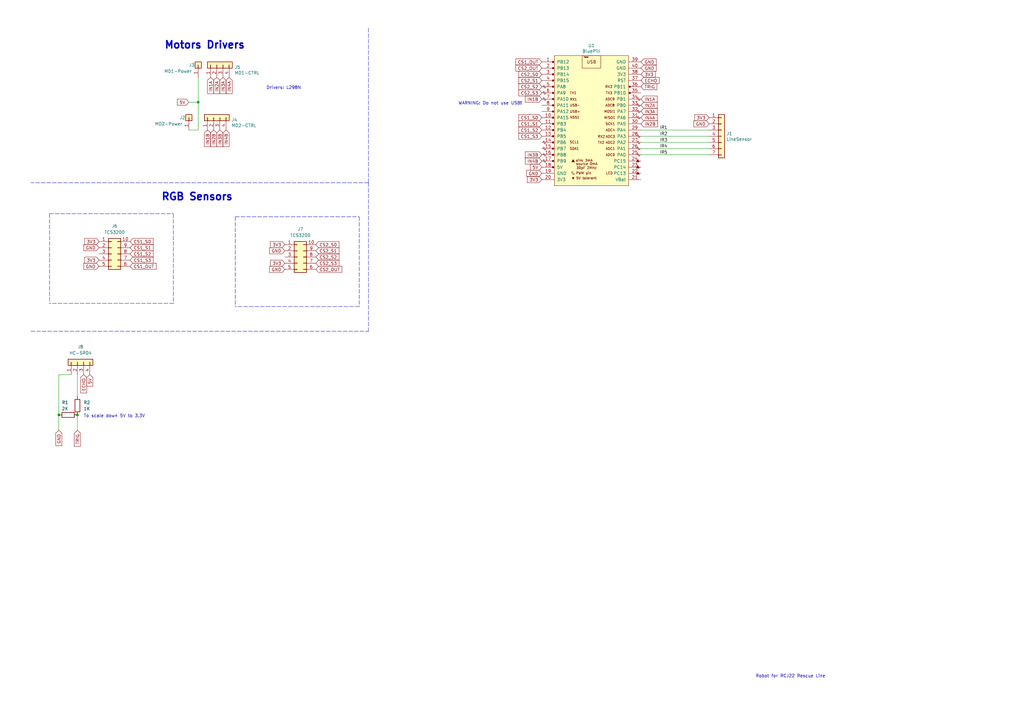
<source format=kicad_sch>
(kicad_sch (version 20211123) (generator eeschema)
  (paper "A3")
  (lib_symbols
    (symbol "Connector_Generic:Conn_01x01" (pin_names (offset 1.016) hide)
      (property "Reference" "J" (at 0 2.54 0))
      (property "Value" "Conn_01x01" (at 0 -2.54 0))
      (symbol "Conn_01x01_1_1"
        (rectangle (start -1.27 0.127) (end 0 -0.127) (stroke (width 0.1524)))
        (rectangle (start -1.27 1.27) (end 1.27 -1.27) (stroke (width 0.254)) (fill (type background)))
        (pin passive line (at -5.08 0 0) (length 3.81) (name "Pin_1") (number "1"))
      )
    )
    (symbol "Connector_Generic:Conn_01x04" (pin_names (offset 1.016) hide)
      (property "Reference" "J" (at 0 5.08 0))
      (property "Value" "Conn_01x04" (at 0 -7.62 0))
      (symbol "Conn_01x04_1_1"
        (rectangle (start -1.27 -4.953) (end 0 -5.207) (stroke (width 0.1524)))
        (rectangle (start -1.27 -2.413) (end 0 -2.667) (stroke (width 0.1524)))
        (rectangle (start -1.27 0.127) (end 0 -0.127) (stroke (width 0.1524)))
        (rectangle (start -1.27 2.667) (end 0 2.413) (stroke (width 0.1524)))
        (rectangle (start -1.27 3.81) (end 1.27 -6.35) (stroke (width 0.254)) (fill (type background)))
        (pin passive line (at -5.08 2.54 0) (length 3.81) (name "Pin_1") (number "1"))
        (pin passive line (at -5.08 0 0) (length 3.81) (name "Pin_2") (number "2"))
        (pin passive line (at -5.08 -2.54 0) (length 3.81) (name "Pin_3") (number "3"))
        (pin passive line (at -5.08 -5.08 0) (length 3.81) (name "Pin_4") (number "4"))
      )
    )
    (symbol "Connector_Generic:Conn_01x07" (pin_names (offset 1.016) hide)
      (property "Reference" "J" (at 0 10.16 0))
      (property "Value" "Conn_01x07" (at 0 -10.16 0))
      (symbol "Conn_01x07_1_1"
        (rectangle (start -1.27 -7.493) (end 0 -7.747) (stroke (width 0.1524)))
        (rectangle (start -1.27 -4.953) (end 0 -5.207) (stroke (width 0.1524)))
        (rectangle (start -1.27 -2.413) (end 0 -2.667) (stroke (width 0.1524)))
        (rectangle (start -1.27 0.127) (end 0 -0.127) (stroke (width 0.1524)))
        (rectangle (start -1.27 2.667) (end 0 2.413) (stroke (width 0.1524)))
        (rectangle (start -1.27 5.207) (end 0 4.953) (stroke (width 0.1524)))
        (rectangle (start -1.27 7.747) (end 0 7.493) (stroke (width 0.1524)))
        (rectangle (start -1.27 8.89) (end 1.27 -8.89) (stroke (width 0.254)) (fill (type background)))
        (pin passive line (at -5.08 7.62 0) (length 3.81) (name "Pin_1") (number "1"))
        (pin passive line (at -5.08 5.08 0) (length 3.81) (name "Pin_2") (number "2"))
        (pin passive line (at -5.08 2.54 0) (length 3.81) (name "Pin_3") (number "3"))
        (pin passive line (at -5.08 0 0) (length 3.81) (name "Pin_4") (number "4"))
        (pin passive line (at -5.08 -2.54 0) (length 3.81) (name "Pin_5") (number "5"))
        (pin passive line (at -5.08 -5.08 0) (length 3.81) (name "Pin_6") (number "6"))
        (pin passive line (at -5.08 -7.62 0) (length 3.81) (name "Pin_7") (number "7"))
      )
    )
    (symbol "Connector_Generic:Conn_02x05_Counter_Clockwise" (pin_names (offset 1.016) hide)
      (property "Reference" "J" (at 1.27 7.62 0))
      (property "Value" "Conn_02x05_Counter_Clockwise" (at 1.27 -7.62 0))
      (symbol "Conn_02x05_Counter_Clockwise_1_1"
        (rectangle (start -1.27 -4.953) (end 0 -5.207) (stroke (width 0.1524)))
        (rectangle (start -1.27 -2.413) (end 0 -2.667) (stroke (width 0.1524)))
        (rectangle (start -1.27 0.127) (end 0 -0.127) (stroke (width 0.1524)))
        (rectangle (start -1.27 2.667) (end 0 2.413) (stroke (width 0.1524)))
        (rectangle (start -1.27 5.207) (end 0 4.953) (stroke (width 0.1524)))
        (rectangle (start -1.27 6.35) (end 3.81 -6.35) (stroke (width 0.254)) (fill (type background)))
        (rectangle (start 3.81 -4.953) (end 2.54 -5.207) (stroke (width 0.1524)))
        (rectangle (start 3.81 -2.413) (end 2.54 -2.667) (stroke (width 0.1524)))
        (rectangle (start 3.81 0.127) (end 2.54 -0.127) (stroke (width 0.1524)))
        (rectangle (start 3.81 2.667) (end 2.54 2.413) (stroke (width 0.1524)))
        (rectangle (start 3.81 5.207) (end 2.54 4.953) (stroke (width 0.1524)))
        (pin passive line (at -5.08 5.08 0) (length 3.81) (name "Pin_1") (number "1"))
        (pin passive line (at 7.62 5.08 180) (length 3.81) (name "Pin_10") (number "10"))
        (pin passive line (at -5.08 2.54 0) (length 3.81) (name "Pin_2") (number "2"))
        (pin passive line (at -5.08 0 0) (length 3.81) (name "Pin_3") (number "3"))
        (pin passive line (at -5.08 -2.54 0) (length 3.81) (name "Pin_4") (number "4"))
        (pin passive line (at -5.08 -5.08 0) (length 3.81) (name "Pin_5") (number "5"))
        (pin passive line (at 7.62 -5.08 180) (length 3.81) (name "Pin_6") (number "6"))
        (pin passive line (at 7.62 -2.54 180) (length 3.81) (name "Pin_7") (number "7"))
        (pin passive line (at 7.62 0 180) (length 3.81) (name "Pin_8") (number "8"))
        (pin passive line (at 7.62 2.54 180) (length 3.81) (name "Pin_9") (number "9"))
      )
    )
    (symbol "Device:R" (pin_numbers hide) (pin_names (offset 0))
      (property "Reference" "R" (at 2.032 0 90))
      (property "Value" "R" (at 0 0 90))
      (symbol "R_0_1"
        (rectangle (start -1.016 -2.54) (end 1.016 2.54) (stroke (width 0.254)))
      )
      (symbol "R_1_1"
        (pin passive line (at 0 3.81 270) (length 1.27) (name "~") (number "1"))
        (pin passive line (at 0 -3.81 90) (length 1.27) (name "~") (number "2"))
      )
    )
    (symbol "STM32_Bluepill:BluePill_Part_Like" (pin_names (offset 1.016))
      (property "Reference" "U" (at -12.7 25.4 0))
      (property "Value" "BluePill_Part_Like" (at 0 2.54 90))
      (symbol "BluePill_Part_Like_0_0"
        (circle (center -15.748 -20.32) (radius 0.3556) (fill (type outline)))
        (circle (center -15.748 -17.78) (radius 0.3556) (fill (type outline)))
        (circle (center -15.748 -15.24) (radius 0.3556) (fill (type outline)))
        (circle (center -15.748 -12.7) (radius 0.3556) (fill (type outline)))
        (circle (center -15.748 -10.16) (radius 0.3556) (fill (type outline)))
        (circle (center -15.748 -7.62) (radius 0.3556) (fill (type outline)))
        (circle (center -15.748 -5.08) (radius 0.3556) (fill (type outline)))
        (circle (center -15.748 -2.54) (radius 0.3556) (fill (type outline)))
        (circle (center -15.748 0) (radius 0.3556) (fill (type outline)))
        (circle (center -15.748 2.54) (radius 0.3556) (fill (type outline)))
        (circle (center -15.748 5.08) (radius 0.3556) (fill (type outline)))
        (circle (center -15.748 7.62) (radius 0.3556) (fill (type outline)))
        (circle (center -15.748 10.16) (radius 0.3556) (fill (type outline)))
        (circle (center -15.748 12.7) (radius 0.3556) (fill (type outline)))
        (circle (center -15.748 15.24) (radius 0.3556) (fill (type outline)))
        (circle (center -15.748 17.78) (radius 0.3556) (fill (type outline)))
        (circle (center -15.748 22.86) (radius 0.3556) (fill (type outline)))
        (circle (center -7.493 -24.765) (radius 0.127) (fill (type outline)))
        (circle (center -7.493 -24.765) (radius 0.254))
        (circle (center -7.493 -24.765) (radius 0.3556))
        (polyline (pts (xy -8.128 -18.161) (xy -7.493 -17.145) (xy -6.858 -18.161) (xy -8.128 -18.161) (xy -7.493 -17.272) (xy -6.985 -18.161) (xy -8.001 -18.034) (xy -7.493 -17.399) (xy -7.112 -18.161) (xy -7.874 -17.907) (xy -7.366 -17.526) (xy -7.239 -18.161) (xy -7.747 -17.78) (xy -7.239 -17.653) (xy -7.366 -18.034) (xy -7.62 -17.78) (xy -7.366 -17.907) (xy -7.493 -17.653)))
        (polyline (pts (xy 18.415 -23.241) (xy 19.05 -22.225) (xy 19.685 -23.241) (xy 18.415 -23.241) (xy 19.05 -22.352) (xy 19.558 -23.241) (xy 18.542 -23.114) (xy 19.05 -22.479) (xy 19.431 -23.241) (xy 18.669 -22.987) (xy 19.177 -22.606) (xy 19.304 -23.241) (xy 18.796 -22.86) (xy 19.304 -22.733) (xy 19.177 -23.114) (xy 18.923 -22.86) (xy 19.177 -22.987) (xy 19.05 -22.733)))
        (polyline (pts (xy 18.415 -20.701) (xy 19.05 -19.685) (xy 19.685 -20.701) (xy 18.415 -20.701) (xy 19.05 -19.812) (xy 19.558 -20.701) (xy 18.542 -20.574) (xy 19.05 -19.939) (xy 19.431 -20.701) (xy 18.669 -20.447) (xy 19.177 -20.066) (xy 19.304 -20.701) (xy 18.796 -20.32) (xy 19.304 -20.193) (xy 19.177 -20.574) (xy 18.923 -20.32) (xy 19.177 -20.447) (xy 19.05 -20.193)))
        (polyline (pts (xy 18.415 -18.161) (xy 19.05 -17.145) (xy 19.685 -18.161) (xy 18.415 -18.161) (xy 19.05 -17.272) (xy 19.558 -18.161) (xy 18.542 -18.034) (xy 19.05 -17.399) (xy 19.431 -18.161) (xy 18.669 -17.907) (xy 19.177 -17.526) (xy 19.304 -18.161) (xy 18.796 -17.78) (xy 19.304 -17.653) (xy 19.177 -18.034) (xy 18.923 -17.78) (xy 19.177 -17.907) (xy 19.05 -17.653)))
        (circle (center 15.748 10.16) (radius 0.254) (fill (type outline)))
        (circle (center 15.748 10.16) (radius 0.3556))
        (circle (center 15.748 12.7) (radius 0.254) (fill (type outline)))
        (circle (center 15.748 12.7) (radius 0.3556))
        (text "30pF 2MHz" (at -2.032 -20.574 0) (effects (font (size 0.9906 0.9906))))
        (text "5V tolerant" (at -2.032 -24.765 0) (effects (font (size 0.9906 0.9906))))
        (text "ADC0" (at 7.747 -15.24 0) (effects (font (size 0.9906 0.9906))))
        (text "ADC1" (at 7.747 -12.7 0) (effects (font (size 0.9906 0.9906))))
        (text "ADC2" (at 7.747 -10.16 0) (effects (font (size 0.9906 0.9906))))
        (text "ADC3" (at 7.747 -7.747 0) (effects (font (size 0.9906 0.9906))))
        (text "ADC4" (at 7.747 -5.08 0) (effects (font (size 0.9906 0.9906))))
        (text "ADC8" (at 7.62 5.08 0) (effects (font (size 0.9906 0.9906))))
        (text "ADC9" (at 7.62 7.62 0) (effects (font (size 0.9906 0.9906))))
        (text "LED" (at 7.366 -22.733 0) (effects (font (size 0.9906 0.9906))))
        (text "MISO1" (at 7.493 0 0) (effects (font (size 0.9906 0.9906))))
        (text "MOSI1" (at 7.493 2.54 0) (effects (font (size 0.9906 0.9906))))
        (text "NSS1" (at -6.858 0.127 0) (effects (font (size 0.9906 0.9906))))
        (text "PWM pin" (at -3.175 -22.733 0) (effects (font (size 0.9906 0.9906))))
        (text "RX1" (at -7.366 7.493 0) (effects (font (size 0.9906 0.9906))))
        (text "RX2" (at 4.064 -7.747 0) (effects (font (size 0.9906 0.9906))))
        (text "RX3" (at 7.112 12.7 0) (effects (font (size 0.9906 0.9906))))
        (text "SCK1" (at 7.747 -2.54 0) (effects (font (size 0.9906 0.9906))))
        (text "SCL1" (at -6.985 -10.033 0) (effects (font (size 0.9906 0.9906))))
        (text "SDA1" (at -6.985 -12.7 0) (effects (font (size 0.9906 0.9906))))
        (text "sink 3mA" (at -2.921 -17.526 0) (effects (font (size 0.9906 0.9906))))
        (text "source 0mA" (at -1.905 -18.923 0) (effects (font (size 0.9906 0.9906))))
        (text "TX1" (at -7.493 10.16 0) (effects (font (size 0.9906 0.9906))))
        (text "TX2" (at 3.937 -10.16 0) (effects (font (size 0.9906 0.9906))))
        (text "TX3" (at 7.239 10.16 0) (effects (font (size 0.9906 0.9906))))
        (text "USB" (at 0 22.86 0) (effects (font (size 1.27 1.27))))
        (text "USB+" (at -6.731 2.54 0) (effects (font (size 0.9906 0.9906))))
        (text "USB-" (at -6.731 5.08 0) (effects (font (size 0.9906 0.9906))))
        (text "Y@@J" (at -2.159 24.892 0) (effects (font (size 0.508 0.508))))
      )
      (symbol "BluePill_Part_Like_0_1"
        (rectangle (start -15.24 25.4) (end 15.24 -27.94) (fill (type background)))
        (polyline (pts (xy -18.796 -17.78) (xy -18.796 -18.288) (xy -19.304 -18.288) (xy -19.304 -17.272) (xy -19.812 -17.272) (xy -19.812 -17.78)))
        (polyline (pts (xy -18.796 -15.24) (xy -18.796 -15.748) (xy -19.304 -15.748) (xy -19.304 -14.732) (xy -19.812 -14.732) (xy -19.812 -15.24)))
        (polyline (pts (xy -18.796 -12.7) (xy -18.796 -13.208) (xy -19.304 -13.208) (xy -19.304 -12.192) (xy -19.812 -12.192) (xy -19.812 -12.7)))
        (polyline (pts (xy -18.796 -10.16) (xy -18.796 -10.668) (xy -19.304 -10.668) (xy -19.304 -9.652) (xy -19.812 -9.652) (xy -19.812 -10.16)))
        (polyline (pts (xy -18.796 7.62) (xy -18.796 7.112) (xy -19.304 7.112) (xy -19.304 8.128) (xy -19.812 8.128) (xy -19.812 7.62)))
        (polyline (pts (xy -18.796 10.16) (xy -18.796 9.652) (xy -19.304 9.652) (xy -19.304 10.668) (xy -19.812 10.668) (xy -19.812 10.16)))
        (polyline (pts (xy -18.796 12.7) (xy -18.796 12.192) (xy -19.304 12.192) (xy -19.304 13.208) (xy -19.812 13.208) (xy -19.812 12.7)))
        (polyline (pts (xy -7.112 -22.733) (xy -7.112 -23.241) (xy -7.62 -23.241) (xy -7.62 -22.225) (xy -8.128 -22.225) (xy -8.128 -22.733)))
        (polyline (pts (xy 19.812 -15.24) (xy 19.812 -15.748) (xy 19.304 -15.748) (xy 19.304 -14.732) (xy 18.796 -14.732) (xy 18.796 -15.24)))
        (polyline (pts (xy 19.812 -12.7) (xy 19.812 -13.208) (xy 19.304 -13.208) (xy 19.304 -12.192) (xy 18.796 -12.192) (xy 18.796 -12.7)))
        (polyline (pts (xy 19.812 -10.16) (xy 19.812 -10.668) (xy 19.304 -10.668) (xy 19.304 -9.652) (xy 18.796 -9.652) (xy 18.796 -10.16)))
        (polyline (pts (xy 19.812 -7.62) (xy 19.812 -8.128) (xy 19.304 -8.128) (xy 19.304 -7.112) (xy 18.796 -7.112) (xy 18.796 -7.62)))
        (polyline (pts (xy 19.812 0) (xy 19.812 -0.508) (xy 19.304 -0.508) (xy 19.304 0.508) (xy 18.796 0.508) (xy 18.796 0)))
        (polyline (pts (xy 19.812 2.54) (xy 19.812 2.032) (xy 19.304 2.032) (xy 19.304 3.048) (xy 18.796 3.048) (xy 18.796 2.54)))
        (polyline (pts (xy 19.812 5.08) (xy 19.812 4.572) (xy 19.304 4.572) (xy 19.304 5.588) (xy 18.796 5.588) (xy 18.796 5.08)))
        (polyline (pts (xy 19.812 7.62) (xy 19.812 7.112) (xy 19.304 7.112) (xy 19.304 8.128) (xy 18.796 8.128) (xy 18.796 7.62)))
        (rectangle (start 3.81 25.4) (end -3.81 20.32))
      )
      (symbol "BluePill_Part_Like_1_1"
        (circle (center -15.748 20.32) (radius 0.3556) (fill (type outline)))
        (pin bidirectional line (at -20.32 22.86 0) (length 5.08) (name "PB12") (number "1"))
        (pin bidirectional line (at -20.32 0 0) (length 5.08) (name "PA15") (number "10"))
        (pin bidirectional line (at -20.32 -2.54 0) (length 5.08) (name "PB3") (number "11"))
        (pin bidirectional line (at -20.32 -5.08 0) (length 5.08) (name "PB4") (number "12"))
        (pin bidirectional line (at -20.32 -7.62 0) (length 5.08) (name "PB5") (number "13"))
        (pin bidirectional line (at -20.32 -10.16 0) (length 5.08) (name "PB6") (number "14"))
        (pin bidirectional line (at -20.32 -12.7 0) (length 5.08) (name "PB7") (number "15"))
        (pin bidirectional line (at -20.32 -15.24 0) (length 5.08) (name "PB8") (number "16"))
        (pin bidirectional line (at -20.32 -17.78 0) (length 5.08) (name "PB9") (number "17"))
        (pin power_in line (at -20.32 -20.32 0) (length 5.08) (name "5V") (number "18"))
        (pin power_in line (at -20.32 -22.86 0) (length 5.08) (name "GND") (number "19"))
        (pin bidirectional line (at -20.32 20.32 0) (length 5.08) (name "PB13") (number "2"))
        (pin power_in line (at -20.32 -25.4 0) (length 5.08) (name "3V3") (number "20"))
        (pin power_in line (at 20.32 -25.4 180) (length 5.08) (name "VBat") (number "21"))
        (pin bidirectional line (at 20.32 -22.86 180) (length 5.08) (name "PC13") (number "22"))
        (pin bidirectional line (at 20.32 -20.32 180) (length 5.08) (name "PC14") (number "23"))
        (pin bidirectional line (at 20.32 -17.78 180) (length 5.08) (name "PC15") (number "24"))
        (pin bidirectional line (at 20.32 -15.24 180) (length 5.08) (name "PA0") (number "25"))
        (pin bidirectional line (at 20.32 -12.7 180) (length 5.08) (name "PA1") (number "26"))
        (pin bidirectional line (at 20.32 -10.16 180) (length 5.08) (name "PA2") (number "27"))
        (pin bidirectional line (at 20.32 -7.62 180) (length 5.08) (name "PA3") (number "28"))
        (pin bidirectional line (at 20.32 -5.08 180) (length 5.08) (name "PA4") (number "29"))
        (pin bidirectional line (at -20.32 17.78 0) (length 5.08) (name "PB14") (number "3"))
        (pin bidirectional line (at 20.32 -2.54 180) (length 5.08) (name "PA5") (number "30"))
        (pin bidirectional line (at 20.32 0 180) (length 5.08) (name "PA6") (number "31"))
        (pin bidirectional line (at 20.32 2.54 180) (length 5.08) (name "PA7") (number "32"))
        (pin bidirectional line (at 20.32 5.08 180) (length 5.08) (name "PB0") (number "33"))
        (pin bidirectional line (at 20.32 7.62 180) (length 5.08) (name "PB1") (number "34"))
        (pin bidirectional line (at 20.32 10.16 180) (length 5.08) (name "PB10") (number "35"))
        (pin bidirectional line (at 20.32 12.7 180) (length 5.08) (name "PB11") (number "36"))
        (pin input line (at 20.32 15.24 180) (length 5.08) (name "RST") (number "37"))
        (pin power_in line (at 20.32 17.78 180) (length 5.08) (name "3V3") (number "38"))
        (pin power_in line (at 20.32 22.86 180) (length 5.08) (name "GND") (number "39"))
        (pin bidirectional line (at -20.32 15.24 0) (length 5.08) (name "PB15") (number "4"))
        (pin power_in line (at 20.32 20.32 180) (length 5.08) (name "GND") (number "40"))
        (pin bidirectional line (at -20.32 12.7 0) (length 5.08) (name "PA8") (number "5"))
        (pin bidirectional line (at -20.32 10.16 0) (length 5.08) (name "PA9") (number "6"))
        (pin bidirectional line (at -20.32 7.62 0) (length 5.08) (name "PA10") (number "7"))
        (pin bidirectional line (at -20.32 5.08 0) (length 5.08) (name "PA11") (number "8"))
        (pin bidirectional line (at -20.32 2.54 0) (length 5.08) (name "PA12") (number "9"))
      )
    )
  )
  (junction (at 24.13 170.18))
  (junction (at 81.28 41.91))
  (junction (at 31.75 170.18))
  (wire (pts (xy 290.83 60.96) (xy 262.89 60.96)))
  (wire (pts (xy 31.75 170.18) (xy 31.75 176.53)))
  (polyline (pts (xy 147.32 125.73) (xy 96.52 125.73)))
  (wire (pts (xy 31.75 153.67) (xy 31.75 162.56)))
  (polyline (pts (xy 151.13 74.93) (xy 12.7 74.93)))
  (wire (pts (xy 290.83 53.34) (xy 262.89 53.34)))
  (polyline (pts (xy 71.12 87.63) (xy 71.12 124.46)))
  (wire (pts (xy 81.28 41.91) (xy 81.28 53.34)))
  (polyline (pts (xy 96.52 88.9) (xy 96.52 125.73)))
  (wire (pts (xy 24.13 176.53) (xy 24.13 170.18)))
  (wire (pts (xy 77.47 41.91) (xy 81.28 41.91)))
  (polyline (pts (xy 12.7 135.89) (xy 151.13 135.89)))
  (wire (pts (xy 290.83 55.88) (xy 262.89 55.88)))
  (wire (pts (xy 29.21 153.67) (xy 24.13 153.67)))
  (polyline (pts (xy 96.52 88.9) (xy 147.32 88.9)))
  (polyline (pts (xy 151.13 74.93) (xy 151.13 135.89)))
  (wire (pts (xy 290.83 58.42) (xy 262.89 58.42)))
  (polyline (pts (xy 71.12 124.46) (xy 20.32 124.46)))
  (polyline (pts (xy 20.32 87.63) (xy 20.32 124.46)))
  (wire (pts (xy 290.83 63.5) (xy 262.89 63.5)))
  (polyline (pts (xy 151.13 74.93) (xy 151.13 11.43)))
  (polyline (pts (xy 147.32 88.9) (xy 147.32 125.73)))
  (polyline (pts (xy 20.32 87.63) (xy 71.12 87.63)))
  (wire (pts (xy 24.13 153.67) (xy 24.13 170.18)))
  (wire (pts (xy 81.28 31.75) (xy 81.28 41.91)))
  (wire (pts (xy 81.28 53.34) (xy 77.47 53.34)))
  (text "WARNING: Do not use USB!" (at 187.96 43.18 0) (effects (font (size 1.27 1.27)) (justify left bottom)))
  (text "Robot for RCJ22 Rescue Line " (at 309.88 278.13 0) (effects (font (size 1.27 1.27)) (justify left bottom)))
  (text "Motors Drivers" (at 67.31 20.32 0) (effects (font (size 2.9972 2.9972) (thickness 0.5994) bold) (justify left bottom)))
  (text "To scale down 5V to 3.3V" (at 34.29 171.45 0) (effects (font (size 1.27 1.27)) (justify left bottom)))
  (text "RGB Sensors" (at 66.04 82.55 0) (effects (font (size 2.9972 2.9972) (thickness 0.5994) bold) (justify left bottom)))
  (text "Drivers: L298N" (at 109.22 36.83 0) (effects (font (size 1.27 1.27)) (justify left bottom)))
  (label "IR2" (at 270.51 55.88 0))
  (label "IR5" (at 270.51 63.5 0))
  (label "IR1" (at 270.51 53.34 0))
  (label "IR4" (at 270.51 60.96 0))
  (label "IR3" (at 270.51 58.42 0))
  (global_label "IN3A" (shape input) (at 262.89 45.72 0) (property "Intersheet References" "${INTERSHEET_REFS}" (effects hide)))
  (global_label "CS1_S0" (shape input) (at 222.25 48.26 180) (property "Intersheet References" "${INTERSHEET_REFS}" (effects hide)))
  (global_label "5V" (shape input) (at 36.83 153.67 270) (property "Intersheet References" "${INTERSHEET_REFS}" (effects hide)))
  (global_label "GND" (shape input) (at 262.89 27.94 0) (property "Intersheet References" "${INTERSHEET_REFS}" (effects hide)))
  (global_label "CS2_S2" (shape input) (at 222.25 35.56 180) (property "Intersheet References" "${INTERSHEET_REFS}" (effects hide)))
  (global_label "CS2_S0" (shape input) (at 222.25 30.48 180) (property "Intersheet References" "${INTERSHEET_REFS}" (effects hide)))
  (global_label "CS1_S1" (shape input) (at 53.34 101.6 0) (property "Intersheet References" "${INTERSHEET_REFS}" (effects hide)))
  (global_label "GND" (shape input) (at 116.84 110.49 180) (property "Intersheet References" "${INTERSHEET_REFS}" (effects hide)))
  (global_label "CS1_S0" (shape input) (at 53.34 99.06 0) (property "Intersheet References" "${INTERSHEET_REFS}" (effects hide)))
  (global_label "CS2_S1" (shape input) (at 129.54 102.87 0) (property "Intersheet References" "${INTERSHEET_REFS}" (effects hide)))
  (global_label "3V3" (shape input) (at 222.25 73.66 180) (property "Intersheet References" "${INTERSHEET_REFS}" (effects hide)))
  (global_label "GND" (shape input) (at 40.64 101.6 180) (property "Intersheet References" "${INTERSHEET_REFS}" (effects hide)))
  (global_label "CS1_S3" (shape input) (at 53.34 106.68 0) (property "Intersheet References" "${INTERSHEET_REFS}" (effects hide)))
  (global_label "CS2_OUT" (shape input) (at 222.25 27.94 180) (property "Intersheet References" "${INTERSHEET_REFS}" (effects hide)))
  (global_label "IN4B" (shape input) (at 92.71 53.34 270) (property "Intersheet References" "${INTERSHEET_REFS}" (effects hide)))
  (global_label "IN2B" (shape input) (at 87.63 53.34 270) (property "Intersheet References" "${INTERSHEET_REFS}" (effects hide)))
  (global_label "CS2_S3" (shape input) (at 222.25 38.1 180) (property "Intersheet References" "${INTERSHEET_REFS}" (effects hide)))
  (global_label "3V3" (shape input) (at 116.84 107.95 180) (property "Intersheet References" "${INTERSHEET_REFS}" (effects hide)))
  (global_label "CS1_OUT" (shape input) (at 53.34 109.22 0) (property "Intersheet References" "${INTERSHEET_REFS}" (effects hide)))
  (global_label "IN1A" (shape input) (at 86.36 31.75 270) (property "Intersheet References" "${INTERSHEET_REFS}" (effects hide)))
  (global_label "IN2A" (shape input) (at 88.9 31.75 270) (property "Intersheet References" "${INTERSHEET_REFS}" (effects hide)))
  (global_label "ECHO" (shape input) (at 262.89 33.02 0) (property "Intersheet References" "${INTERSHEET_REFS}" (effects hide)))
  (global_label "TRIG" (shape input) (at 262.89 35.56 0) (property "Intersheet References" "${INTERSHEET_REFS}" (effects hide)))
  (global_label "GND" (shape input) (at 222.25 71.12 180) (property "Intersheet References" "${INTERSHEET_REFS}" (effects hide)))
  (global_label "CS1_OUT" (shape input) (at 222.25 25.4 180) (property "Intersheet References" "${INTERSHEET_REFS}" (effects hide)))
  (global_label "CS2_S0" (shape input) (at 129.54 100.33 0) (property "Intersheet References" "${INTERSHEET_REFS}" (effects hide)))
  (global_label "CS2_S3" (shape input) (at 129.54 107.95 0) (property "Intersheet References" "${INTERSHEET_REFS}" (effects hide)))
  (global_label "TRIG" (shape input) (at 31.75 176.53 270) (property "Intersheet References" "${INTERSHEET_REFS}" (effects hide)))
  (global_label "GND" (shape input) (at 116.84 102.87 180) (property "Intersheet References" "${INTERSHEET_REFS}" (effects hide)))
  (global_label "CS2_OUT" (shape input) (at 129.54 110.49 0) (property "Intersheet References" "${INTERSHEET_REFS}" (effects hide)))
  (global_label "GND" (shape input) (at 290.83 50.8 180) (property "Intersheet References" "${INTERSHEET_REFS}" (effects hide)))
  (global_label "CS1_S3" (shape input) (at 222.25 55.88 180) (property "Intersheet References" "${INTERSHEET_REFS}" (effects hide)))
  (global_label "3V3" (shape input) (at 116.84 100.33 180) (property "Intersheet References" "${INTERSHEET_REFS}" (effects hide)))
  (global_label "IN1A" (shape input) (at 262.89 40.64 0) (property "Intersheet References" "${INTERSHEET_REFS}" (effects hide)))
  (global_label "IN2B" (shape input) (at 262.89 50.8 0) (property "Intersheet References" "${INTERSHEET_REFS}" (effects hide)))
  (global_label "GND" (shape input) (at 24.13 176.53 270) (property "Intersheet References" "${INTERSHEET_REFS}" (effects hide)))
  (global_label "IN1B" (shape input) (at 222.25 40.64 180) (property "Intersheet References" "${INTERSHEET_REFS}" (effects hide)))
  (global_label "CS1_S2" (shape input) (at 53.34 104.14 0) (property "Intersheet References" "${INTERSHEET_REFS}" (effects hide)))
  (global_label "CS2_S1" (shape input) (at 222.25 33.02 180) (property "Intersheet References" "${INTERSHEET_REFS}" (effects hide)))
  (global_label "GND" (shape input) (at 262.89 25.4 0) (property "Intersheet References" "${INTERSHEET_REFS}" (effects hide)))
  (global_label "IN2A" (shape input) (at 262.89 43.18 0) (property "Intersheet References" "${INTERSHEET_REFS}" (effects hide)))
  (global_label "3V3" (shape input) (at 40.64 99.06 180) (property "Intersheet References" "${INTERSHEET_REFS}" (effects hide)))
  (global_label "5V" (shape input) (at 77.47 41.91 180) (property "Intersheet References" "${INTERSHEET_REFS}" (effects hide)))
  (global_label "CS1_S1" (shape input) (at 222.25 50.8 180) (property "Intersheet References" "${INTERSHEET_REFS}" (effects hide)))
  (global_label "CS2_S2" (shape input) (at 129.54 105.41 0) (property "Intersheet References" "${INTERSHEET_REFS}" (effects hide)))
  (global_label "IN4B" (shape input) (at 222.25 66.04 180) (property "Intersheet References" "${INTERSHEET_REFS}" (effects hide)))
  (global_label "IN3A" (shape input) (at 91.44 31.75 270) (property "Intersheet References" "${INTERSHEET_REFS}" (effects hide)))
  (global_label "IN1B" (shape input) (at 85.09 53.34 270) (property "Intersheet References" "${INTERSHEET_REFS}" (effects hide)))
  (global_label "ECHO" (shape input) (at 34.29 153.67 270) (property "Intersheet References" "${INTERSHEET_REFS}" (effects hide)))
  (global_label "3V3" (shape input) (at 40.64 106.68 180) (property "Intersheet References" "${INTERSHEET_REFS}" (effects hide)))
  (global_label "3V3" (shape input) (at 290.83 48.26 180) (property "Intersheet References" "${INTERSHEET_REFS}" (effects hide)))
  (global_label "GND" (shape input) (at 40.64 109.22 180) (property "Intersheet References" "${INTERSHEET_REFS}" (effects hide)))
  (global_label "IN3B" (shape input) (at 90.17 53.34 270) (property "Intersheet References" "${INTERSHEET_REFS}" (effects hide)))
  (global_label "IN4A" (shape input) (at 93.98 31.75 270) (property "Intersheet References" "${INTERSHEET_REFS}" (effects hide)))
  (global_label "IN4A" (shape input) (at 262.89 48.26 0) (property "Intersheet References" "${INTERSHEET_REFS}" (effects hide)))
  (global_label "CS1_S2" (shape input) (at 222.25 53.34 180) (property "Intersheet References" "${INTERSHEET_REFS}" (effects hide)))
  (global_label "5V" (shape input) (at 222.25 68.58 180) (property "Intersheet References" "${INTERSHEET_REFS}" (effects hide)))
  (global_label "3V3" (shape input) (at 262.89 30.48 0) (property "Intersheet References" "${INTERSHEET_REFS}" (effects hide)))
  (global_label "IN3B" (shape input) (at 222.25 63.5 180) (property "Intersheet References" "${INTERSHEET_REFS}" (effects hide)))
  (symbol (lib_id "Connector_Generic:Conn_01x07") (at 295.91 55.88 0) (unit 1)
    (property "Reference" "J1" (at 297.942 54.8132 0) (effects (justify left)))
    (property "Value" "LineSensor" (at 297.942 57.1246 0) (effects (justify left)))
    (property "Footprint" "Connector_PinHeader_2.54mm:PinHeader_1x07_P2.54mm_Vertical" (effects hide))
  )
  (symbol (lib_id "STM32_Bluepill:BluePill_Part_Like") (at 242.57 48.26 0) (unit 1)
    (property "Reference" "U1" (at 242.57 18.669 0))
    (property "Value" "BluePill" (at 242.57 20.9804 0))
    (property "Footprint" "STM32:BluePill_1" (effects hide))
  )
  (symbol (lib_id "Connector_Generic:Conn_01x04") (at 88.9 26.67 90) (unit 1)
    (property "Reference" "J5" (at 96.2152 27.5844 90) (effects (justify right)))
    (property "Value" "MD1-CTRL" (at 96.2152 29.8958 90) (effects (justify right)))
    (property "Footprint" "Connector_PinHeader_2.54mm:PinHeader_1x04_P2.54mm_Vertical" (effects hide))
  )
  (symbol (lib_id "Connector_Generic:Conn_01x01") (at 81.28 26.67 90) (unit 1)
    (property "Reference" "J3" (at 77.47 26.67 90) (effects (justify right)))
    (property "Value" "MD1-Power" (at 67.31 29.21 90) (effects (justify right)))
    (property "Footprint" "Connector_PinHeader_2.54mm:PinHeader_1x01_P2.54mm_Vertical" (effects hide))
  )
  (symbol (lib_id "Connector_Generic:Conn_01x04") (at 87.63 48.26 90) (unit 1)
    (property "Reference" "J4" (at 94.9452 49.1744 90) (effects (justify right)))
    (property "Value" "MD2-CTRL" (at 94.9452 51.4858 90) (effects (justify right)))
    (property "Footprint" "Connector_PinHeader_2.54mm:PinHeader_1x04_P2.54mm_Vertical" (effects hide))
  )
  (symbol (lib_id "Connector_Generic:Conn_01x01") (at 77.47 48.26 90) (unit 1)
    (property "Reference" "J2" (at 73.66 48.26 90) (effects (justify right)))
    (property "Value" "MD2-Power" (at 63.5 50.8 90) (effects (justify right)))
    (property "Footprint" "Connector_PinHeader_2.54mm:PinHeader_1x01_P2.54mm_Vertical" (effects hide))
  )
  (symbol (lib_id "Connector_Generic:Conn_01x04") (at 31.75 148.59 90) (unit 1)
    (property "Reference" "J8" (at 33.02 142.24 90))
    (property "Value" "HC-SR04" (at 33.02 144.78 90))
  )
  (symbol (lib_id "Device:R") (at 31.75 166.37 0) (unit 1)
    (property "Reference" "R2" (at 34.29 165.0999 0) (effects (justify left)))
    (property "Value" "1K" (at 34.29 167.6399 0) (effects (justify left)))
  )
  (symbol (lib_id "Connector_Generic:Conn_02x05_Counter_Clockwise") (at 121.92 105.41 0) (unit 1)
    (property "Reference" "J7" (at 123.19 93.98 0))
    (property "Value" "TCS3200" (at 123.19 96.52 0))
    (property "Footprint" "Connector_PinHeader_2.54mm:PinHeader_2x05_P2.54mm_Vertical" (effects hide))
  )
  (symbol (lib_id "Connector_Generic:Conn_02x05_Counter_Clockwise") (at 45.72 104.14 0) (unit 1)
    (property "Reference" "J6" (at 46.99 92.71 0))
    (property "Value" "TCS3200" (at 46.99 95.25 0))
    (property "Footprint" "Connector_PinHeader_2.54mm:PinHeader_2x05_P2.54mm_Vertical" (effects hide))
  )
  (symbol (lib_id "Device:R") (at 27.94 170.18 90) (unit 1)
    (property "Reference" "R1" (at 26.67 165.1 90))
    (property "Value" "2K" (at 26.67 167.64 90))
  )
)
</source>
